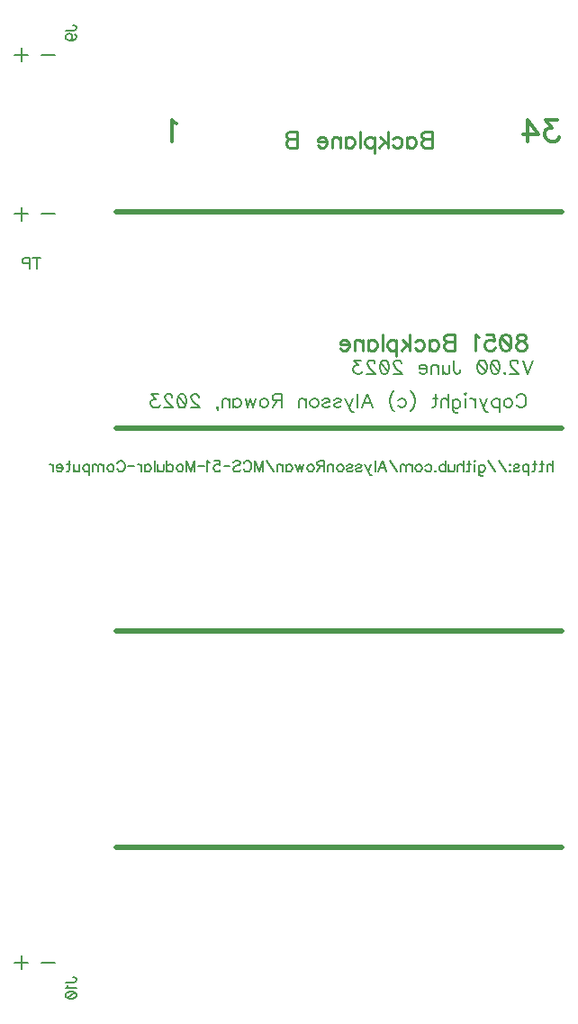
<source format=gbr>
G04 DipTrace 4.3.0.5*
G04 BottomSilk.gbr*
%MOMM*%
G04 #@! TF.FileFunction,Legend,Bot*
G04 #@! TF.Part,Single*
%ADD20C,0.175*%
%ADD23C,0.5*%
%ADD45C,0.19608*%
%ADD46C,0.15686*%
%ADD47C,0.31373*%
%ADD48C,0.23529*%
%FSLAX35Y35*%
G04*
G71*
G90*
G75*
G01*
G04 BotSilk*
%LPD*%
X-1397000Y7543127D2*
D20*
Y7416127D1*
X-1460500Y7479627D2*
X-1333500D1*
X-1206500D2*
X-1079500D1*
X-1397000Y510500D2*
Y383500D1*
X-1460500Y447000D2*
X-1333500D1*
X-1206500D2*
X-1079500D1*
X-1397000Y9035373D2*
Y8908373D1*
X-1460500Y8971873D2*
X-1333500D1*
X-1206500D2*
X-1079500D1*
X3683000Y1526500D2*
D23*
X-508000Y1526503D1*
X3683000Y3558500D2*
X-508000Y3558503D1*
X3683000Y5463500D2*
X-508000D1*
X3683000Y7495500D2*
X-508000Y7495503D1*
X-1255697Y7064163D2*
D46*
Y6962076D1*
X-1221667Y7064163D2*
X-1289726D1*
X-1321098Y7010705D2*
X-1364898D1*
X-1379386Y7015534D1*
X-1384328Y7020476D1*
X-1389157Y7030134D1*
Y7044734D1*
X-1384328Y7054393D1*
X-1379386Y7059334D1*
X-1364898Y7064163D1*
X-1321098D1*
Y6962076D1*
X-981540Y9201322D2*
X-903823D1*
X-889223Y9206151D1*
X-884394Y9211092D1*
X-879452Y9220751D1*
Y9230522D1*
X-884394Y9240180D1*
X-889223Y9245009D1*
X-903823Y9249951D1*
X-913481D1*
X-947511Y9106720D2*
X-932911Y9111661D1*
X-923140Y9121320D1*
X-918311Y9135920D1*
Y9140749D1*
X-923140Y9155349D1*
X-932911Y9165007D1*
X-947511Y9169949D1*
X-952340D1*
X-966940Y9165007D1*
X-976598Y9155349D1*
X-981428Y9140749D1*
Y9135920D1*
X-976598Y9121320D1*
X-966940Y9111661D1*
X-947511Y9106720D1*
X-923140D1*
X-898881Y9111661D1*
X-884281Y9121320D1*
X-879452Y9135920D1*
Y9145578D1*
X-884281Y9160178D1*
X-894052Y9165007D1*
X-981540Y260767D2*
X-903823D1*
X-889223Y265597D1*
X-884394Y270538D1*
X-879452Y280197D1*
Y289967D1*
X-884394Y299626D1*
X-889223Y304455D1*
X-903823Y309397D1*
X-913481D1*
X-961998Y229395D2*
X-966940Y219624D1*
X-981428Y205024D1*
X-879452D1*
X-981428Y144452D2*
X-976598Y159052D1*
X-961998Y168822D1*
X-937740Y173652D1*
X-923140D1*
X-898881Y168822D1*
X-884281Y159052D1*
X-879452Y144452D1*
Y134793D1*
X-884281Y120193D1*
X-898881Y110535D1*
X-923140Y105593D1*
X-937740D1*
X-961998Y110535D1*
X-976598Y120193D1*
X-981428Y134793D1*
Y144452D1*
X-961998Y110535D2*
X-898881Y168822D1*
X64428Y8324123D2*
D47*
X44886Y8334007D1*
X15686Y8362982D1*
Y8159031D1*
X3642782Y8362982D2*
X3536090D1*
X3594265Y8285265D1*
X3565065D1*
X3545748Y8275607D1*
X3536090Y8265948D1*
X3526207Y8236748D1*
Y8217431D1*
X3536090Y8188231D1*
X3555407Y8168690D1*
X3584607Y8159031D1*
X3613807D1*
X3642782Y8168690D1*
X3652441Y8178573D1*
X3662324Y8197890D1*
X3366203Y8159031D2*
Y8362982D1*
X3463462Y8227090D1*
X3317686D1*
X3318327Y6348268D2*
D48*
X3340059Y6341024D1*
X3347471Y6326537D1*
Y6311880D1*
X3340059Y6297393D1*
X3325571Y6289980D1*
X3296427Y6282737D1*
X3274527Y6275493D1*
X3260039Y6260837D1*
X3252796Y6246349D1*
Y6224449D1*
X3260039Y6209961D1*
X3267283Y6202549D1*
X3289183Y6195305D1*
X3318327D1*
X3340059Y6202549D1*
X3347471Y6209961D1*
X3354715Y6224449D1*
Y6246349D1*
X3347471Y6260837D1*
X3332815Y6275493D1*
X3311083Y6282737D1*
X3281939Y6289980D1*
X3267283Y6297393D1*
X3260039Y6311880D1*
Y6326537D1*
X3267283Y6341024D1*
X3289183Y6348268D1*
X3318327D1*
X3161937D2*
X3183837Y6341024D1*
X3198493Y6319124D1*
X3205737Y6282737D1*
Y6260837D1*
X3198493Y6224449D1*
X3183837Y6202549D1*
X3161937Y6195305D1*
X3147449D1*
X3125549Y6202549D1*
X3111061Y6224449D1*
X3103649Y6260837D1*
Y6282737D1*
X3111061Y6319124D1*
X3125549Y6341024D1*
X3147449Y6348268D1*
X3161937D1*
X3111061Y6319124D2*
X3198493Y6224449D1*
X2969159Y6348268D2*
X3041934D1*
X3049178Y6282737D1*
X3041934Y6289980D1*
X3020034Y6297393D1*
X2998303D1*
X2976403Y6289980D1*
X2961746Y6275493D1*
X2954503Y6253593D1*
Y6239105D1*
X2961746Y6217205D1*
X2976403Y6202549D1*
X2998303Y6195305D1*
X3020034D1*
X3041934Y6202549D1*
X3049178Y6209961D1*
X3056590Y6224449D1*
X2907444Y6319124D2*
X2892788Y6326537D1*
X2870888Y6348268D1*
Y6195305D1*
X2675693Y6348437D2*
Y6195305D1*
X2609993D1*
X2588093Y6202717D1*
X2580849Y6209961D1*
X2573605Y6224449D1*
Y6246349D1*
X2580849Y6261005D1*
X2588093Y6268249D1*
X2609993Y6275493D1*
X2588093Y6282905D1*
X2580849Y6290149D1*
X2573605Y6304637D1*
Y6319293D1*
X2580849Y6333780D1*
X2588093Y6341193D1*
X2609993Y6348437D1*
X2675693D1*
Y6275493D2*
X2609993D1*
X2439115Y6297393D2*
Y6195305D1*
Y6275493D2*
X2453603Y6290149D1*
X2468259Y6297393D1*
X2489990D1*
X2504646Y6290149D1*
X2519134Y6275493D1*
X2526546Y6253593D1*
Y6239105D1*
X2519134Y6217205D1*
X2504646Y6202717D1*
X2489990Y6195305D1*
X2468259D1*
X2453603Y6202717D1*
X2439115Y6217205D1*
X2304456Y6275493D2*
X2319112Y6290149D1*
X2333768Y6297393D1*
X2355500D1*
X2370156Y6290149D1*
X2384644Y6275493D1*
X2392056Y6253593D1*
Y6239105D1*
X2384644Y6217205D1*
X2370156Y6202717D1*
X2355500Y6195305D1*
X2333768D1*
X2319112Y6202717D1*
X2304456Y6217205D1*
X2257397Y6348437D2*
Y6195305D1*
X2184453Y6297393D2*
X2257397Y6224449D1*
X2228253Y6253593D2*
X2177210Y6195305D1*
X2130151Y6297393D2*
Y6144261D1*
Y6275493D2*
X2115495Y6289980D1*
X2101007Y6297393D1*
X2079107D1*
X2064451Y6289980D1*
X2049963Y6275493D1*
X2042551Y6253593D1*
Y6238937D1*
X2049963Y6217205D1*
X2064451Y6202549D1*
X2079107Y6195305D1*
X2101007D1*
X2115495Y6202549D1*
X2130151Y6217205D1*
X1995492Y6348437D2*
Y6195305D1*
X1861002Y6297393D2*
Y6195305D1*
Y6275493D2*
X1875489Y6290149D1*
X1890145Y6297393D1*
X1911877D1*
X1926533Y6290149D1*
X1941021Y6275493D1*
X1948433Y6253593D1*
Y6239105D1*
X1941021Y6217205D1*
X1926533Y6202717D1*
X1911877Y6195305D1*
X1890145D1*
X1875489Y6202717D1*
X1861002Y6217205D1*
X1813943Y6297393D2*
Y6195305D1*
Y6268249D2*
X1792043Y6290149D1*
X1777387Y6297393D1*
X1755655D1*
X1740999Y6290149D1*
X1733755Y6268249D1*
Y6195305D1*
X1686696Y6253593D2*
X1599265D1*
Y6268249D1*
X1606509Y6282905D1*
X1613752Y6290149D1*
X1628409Y6297393D1*
X1650309D1*
X1664796Y6290149D1*
X1679452Y6275493D1*
X1686696Y6253593D1*
Y6239105D1*
X1679452Y6217205D1*
X1664796Y6202717D1*
X1650309Y6195305D1*
X1628409D1*
X1613752Y6202717D1*
X1599265Y6217205D1*
X2464975Y8253437D2*
Y8100305D1*
X2399275D1*
X2377375Y8107717D1*
X2370131Y8114961D1*
X2362888Y8129449D1*
Y8151349D1*
X2370131Y8166005D1*
X2377375Y8173249D1*
X2399275Y8180493D1*
X2377375Y8187905D1*
X2370131Y8195149D1*
X2362888Y8209637D1*
Y8224293D1*
X2370131Y8238780D1*
X2377375Y8246193D1*
X2399275Y8253437D1*
X2464975D1*
Y8180493D2*
X2399275D1*
X2228397Y8202393D2*
Y8100305D1*
Y8180493D2*
X2242885Y8195149D1*
X2257541Y8202393D1*
X2279273D1*
X2293929Y8195149D1*
X2308416Y8180493D1*
X2315829Y8158593D1*
Y8144105D1*
X2308416Y8122205D1*
X2293929Y8107717D1*
X2279273Y8100305D1*
X2257541D1*
X2242885Y8107717D1*
X2228397Y8122205D1*
X2093738Y8180493D2*
X2108395Y8195149D1*
X2123051Y8202393D1*
X2144782D1*
X2159438Y8195149D1*
X2173926Y8180493D1*
X2181338Y8158593D1*
Y8144105D1*
X2173926Y8122205D1*
X2159438Y8107717D1*
X2144782Y8100305D1*
X2123051D1*
X2108395Y8107717D1*
X2093738Y8122205D1*
X2046680Y8253437D2*
Y8100305D1*
X1973736Y8202393D2*
X2046680Y8129449D1*
X2017536Y8158593D2*
X1966492Y8100305D1*
X1919433Y8202393D2*
Y8049261D1*
Y8180493D2*
X1904777Y8194980D1*
X1890289Y8202393D1*
X1868389D1*
X1853733Y8194980D1*
X1839245Y8180493D1*
X1831833Y8158593D1*
Y8143937D1*
X1839245Y8122205D1*
X1853733Y8107549D1*
X1868389Y8100305D1*
X1890289D1*
X1904777Y8107549D1*
X1919433Y8122205D1*
X1784774Y8253437D2*
Y8100305D1*
X1650284Y8202393D2*
Y8100305D1*
Y8180493D2*
X1664772Y8195149D1*
X1679428Y8202393D1*
X1701159D1*
X1715815Y8195149D1*
X1730303Y8180493D1*
X1737715Y8158593D1*
Y8144105D1*
X1730303Y8122205D1*
X1715815Y8107717D1*
X1701159Y8100305D1*
X1679428D1*
X1664772Y8107717D1*
X1650284Y8122205D1*
X1603225Y8202393D2*
Y8100305D1*
Y8173249D2*
X1581325Y8195149D1*
X1566669Y8202393D1*
X1544937D1*
X1530281Y8195149D1*
X1523037Y8173249D1*
Y8100305D1*
X1475979Y8158593D2*
X1388547D1*
Y8173249D1*
X1395791Y8187905D1*
X1403035Y8195149D1*
X1417691Y8202393D1*
X1439591D1*
X1454079Y8195149D1*
X1468735Y8180493D1*
X1475979Y8158593D1*
Y8144105D1*
X1468735Y8122205D1*
X1454079Y8107717D1*
X1439591Y8100305D1*
X1417691D1*
X1403035Y8107717D1*
X1388547Y8122205D1*
X1193352Y8253437D2*
Y8100305D1*
X1127652D1*
X1105752Y8107717D1*
X1098509Y8114961D1*
X1091265Y8129449D1*
Y8151349D1*
X1098509Y8166005D1*
X1105752Y8173249D1*
X1127652Y8180493D1*
X1105752Y8187905D1*
X1098509Y8195149D1*
X1091265Y8209637D1*
Y8224293D1*
X1098509Y8238780D1*
X1105752Y8246193D1*
X1127652Y8253437D1*
X1193352D1*
Y8180493D2*
X1127652D1*
X3413949Y6103052D2*
D45*
X3365375Y5975442D1*
X3316802Y6103052D1*
X3271410Y6072588D2*
Y6078625D1*
X3265373Y6090838D1*
X3259337Y6096875D1*
X3247123Y6102911D1*
X3222837D1*
X3210764Y6096875D1*
X3204727Y6090838D1*
X3198550Y6078625D1*
Y6066552D1*
X3204727Y6054338D1*
X3216800Y6036229D1*
X3277587Y5975442D1*
X3192514D1*
X3147261Y5987655D2*
X3153298Y5981479D1*
X3147261Y5975442D1*
X3141084Y5981479D1*
X3147261Y5987655D1*
X3065369Y6102911D2*
X3083619Y6096875D1*
X3095832Y6078625D1*
X3101869Y6048302D1*
Y6030052D1*
X3095832Y5999729D1*
X3083619Y5981479D1*
X3065369Y5975442D1*
X3053296D1*
X3035046Y5981479D1*
X3022973Y5999729D1*
X3016796Y6030052D1*
Y6048302D1*
X3022973Y6078625D1*
X3035046Y6096875D1*
X3053296Y6102911D1*
X3065369D1*
X3022973Y6078625D2*
X3095832Y5999729D1*
X2941080Y6102911D2*
X2959330Y6096875D1*
X2971543Y6078625D1*
X2977580Y6048302D1*
Y6030052D1*
X2971543Y5999729D1*
X2959330Y5981479D1*
X2941080Y5975442D1*
X2929007D1*
X2910757Y5981479D1*
X2898684Y5999729D1*
X2892507Y6030052D1*
Y6048302D1*
X2898684Y6078625D1*
X2910757Y6096875D1*
X2929007Y6102911D1*
X2941080D1*
X2898684Y6078625D2*
X2971543Y5999729D1*
X2669058Y6103052D2*
Y6005905D1*
X2675095Y5987655D1*
X2681272Y5981619D1*
X2693345Y5975442D1*
X2705558D1*
X2717631Y5981619D1*
X2723668Y5987655D1*
X2729845Y6005905D1*
Y6017979D1*
X2629843Y6060515D2*
Y5999729D1*
X2623806Y5981619D1*
X2611593Y5975442D1*
X2593343D1*
X2581269Y5981619D1*
X2563019Y5999729D1*
Y6060515D2*
Y5975442D1*
X2523804Y6060515D2*
Y5975442D1*
Y6036229D2*
X2505554Y6054479D1*
X2493340Y6060515D1*
X2475231D1*
X2463017Y6054479D1*
X2456981Y6036229D1*
Y5975442D1*
X2417765Y6024015D2*
X2344905D1*
Y6036229D1*
X2350942Y6048442D1*
X2356979Y6054479D1*
X2369192Y6060515D1*
X2387442D1*
X2399515Y6054479D1*
X2411729Y6042265D1*
X2417765Y6024015D1*
Y6011942D1*
X2411729Y5993692D1*
X2399515Y5981619D1*
X2387442Y5975442D1*
X2369192D1*
X2356979Y5981619D1*
X2344905Y5993692D1*
X2176066Y6072588D2*
Y6078625D1*
X2170030Y6090838D1*
X2163993Y6096875D1*
X2151780Y6102911D1*
X2127493D1*
X2115420Y6096875D1*
X2109384Y6090838D1*
X2103207Y6078625D1*
Y6066552D1*
X2109384Y6054338D1*
X2121457Y6036229D1*
X2182243Y5975442D1*
X2097170D1*
X2021455Y6102911D2*
X2039705Y6096875D1*
X2051918Y6078625D1*
X2057955Y6048302D1*
Y6030052D1*
X2051918Y5999729D1*
X2039705Y5981479D1*
X2021455Y5975442D1*
X2009381D1*
X1991131Y5981479D1*
X1979058Y5999729D1*
X1972881Y6030052D1*
Y6048302D1*
X1979058Y6078625D1*
X1991131Y6096875D1*
X2009381Y6102911D1*
X2021455D1*
X1979058Y6078625D2*
X2051918Y5999729D1*
X1927489Y6072588D2*
Y6078625D1*
X1921452Y6090838D1*
X1915416Y6096875D1*
X1903202Y6102911D1*
X1878916D1*
X1866843Y6096875D1*
X1860806Y6090838D1*
X1854629Y6078625D1*
Y6066552D1*
X1860806Y6054338D1*
X1872879Y6036229D1*
X1933666Y5975442D1*
X1848593D1*
X1797164Y6102911D2*
X1730481D1*
X1766840Y6054338D1*
X1748590D1*
X1736517Y6048302D1*
X1730481Y6042265D1*
X1724304Y6024015D1*
Y6011942D1*
X1730481Y5993692D1*
X1742554Y5981479D1*
X1760804Y5975442D1*
X1779054D1*
X1797164Y5981479D1*
X1803200Y5987655D1*
X1809377Y5999729D1*
X3258731Y5755229D2*
X3264767Y5767302D1*
X3276981Y5779515D1*
X3289054Y5785552D1*
X3313340D1*
X3325554Y5779515D1*
X3337627Y5767302D1*
X3343804Y5755229D1*
X3349840Y5736979D1*
Y5706515D1*
X3343804Y5688405D1*
X3337627Y5676192D1*
X3325554Y5664119D1*
X3313340Y5657942D1*
X3289054D1*
X3276981Y5664119D1*
X3264767Y5676192D1*
X3258731Y5688405D1*
X3189192Y5743015D2*
X3201265Y5736979D1*
X3213479Y5724765D1*
X3219515Y5706515D1*
Y5694442D1*
X3213479Y5676192D1*
X3201265Y5664119D1*
X3189192Y5657942D1*
X3170942D1*
X3158729Y5664119D1*
X3146656Y5676192D1*
X3140479Y5694442D1*
Y5706515D1*
X3146656Y5724765D1*
X3158729Y5736979D1*
X3170942Y5743015D1*
X3189192D1*
X3101263D2*
Y5615405D1*
Y5724765D2*
X3089050Y5736838D1*
X3076976Y5743015D1*
X3058726D1*
X3046513Y5736838D1*
X3034440Y5724765D1*
X3028263Y5706515D1*
Y5694302D1*
X3034440Y5676192D1*
X3046513Y5663979D1*
X3058726Y5657942D1*
X3076976D1*
X3089050Y5663979D1*
X3101263Y5676192D1*
X2982870Y5743015D2*
X2946511Y5657942D1*
X2958584Y5633655D1*
X2970797Y5621442D1*
X2982870Y5615405D1*
X2989047D1*
X2910011Y5743015D2*
X2946511Y5657942D1*
X2870795Y5743015D2*
Y5657942D1*
Y5706515D2*
X2864618Y5724765D1*
X2852545Y5736979D1*
X2840332Y5743015D1*
X2822082D1*
X2782866Y5785552D2*
X2776829Y5779515D1*
X2770652Y5785552D1*
X2776829Y5791729D1*
X2782866Y5785552D1*
X2776829Y5743015D2*
Y5657942D1*
X2658577Y5736979D2*
Y5639692D1*
X2664614Y5621582D1*
X2670650Y5615405D1*
X2682864Y5609369D1*
X2701114D1*
X2713187Y5615405D1*
X2658577Y5718729D2*
X2670650Y5730802D1*
X2682864Y5736979D1*
X2701114D1*
X2713187Y5730802D1*
X2725400Y5718729D1*
X2731437Y5700479D1*
Y5688265D1*
X2725400Y5670155D1*
X2713187Y5657942D1*
X2701114Y5651905D1*
X2682864D1*
X2670650Y5657942D1*
X2658577Y5670155D1*
X2619361Y5785552D2*
Y5657942D1*
Y5718729D2*
X2601111Y5736979D1*
X2588898Y5743015D1*
X2570648D1*
X2558575Y5736979D1*
X2552538Y5718729D1*
Y5657942D1*
X2495073Y5785552D2*
Y5682229D1*
X2489036Y5664119D1*
X2476823Y5657942D1*
X2464750D1*
X2513323Y5743015D2*
X2470786D1*
X2259551Y5818823D2*
X2271764Y5806750D1*
X2283837Y5788500D1*
X2296051Y5764213D1*
X2302087Y5733750D1*
Y5709463D1*
X2296051Y5679140D1*
X2283837Y5654854D1*
X2271764Y5636604D1*
X2259551Y5624530D1*
X2147335Y5724765D2*
X2159549Y5736979D1*
X2171762Y5743015D1*
X2189872D1*
X2202085Y5736979D1*
X2214158Y5724765D1*
X2220335Y5706515D1*
Y5694442D1*
X2214158Y5676192D1*
X2202085Y5664119D1*
X2189872Y5657942D1*
X2171762D1*
X2159549Y5664119D1*
X2147335Y5676192D1*
X2108120Y5818823D2*
X2095906Y5806750D1*
X2083833Y5788500D1*
X2071620Y5764213D1*
X2065583Y5733750D1*
Y5709463D1*
X2071620Y5679140D1*
X2083833Y5654854D1*
X2095906Y5636604D1*
X2108120Y5624530D1*
X1805634Y5657942D2*
X1854348Y5785552D1*
X1902921Y5657942D1*
X1884671Y5700479D2*
X1823884D1*
X1766419Y5785552D2*
Y5657942D1*
X1721026Y5743015D2*
X1684666Y5657942D1*
X1696740Y5633655D1*
X1708953Y5621442D1*
X1721026Y5615405D1*
X1727203D1*
X1648166Y5743015D2*
X1684666Y5657942D1*
X1542128Y5724765D2*
X1548164Y5736979D1*
X1566414Y5743015D1*
X1584664D1*
X1602914Y5736979D1*
X1608951Y5724765D1*
X1602914Y5712692D1*
X1590701Y5706515D1*
X1560378Y5700479D1*
X1548164Y5694442D1*
X1542128Y5682229D1*
Y5676192D1*
X1548164Y5664119D1*
X1566414Y5657942D1*
X1584664D1*
X1602914Y5664119D1*
X1608951Y5676192D1*
X1436089Y5724765D2*
X1442125Y5736979D1*
X1460375Y5743015D1*
X1478625D1*
X1496875Y5736979D1*
X1502912Y5724765D1*
X1496875Y5712692D1*
X1484662Y5706515D1*
X1454339Y5700479D1*
X1442125Y5694442D1*
X1436089Y5682229D1*
Y5676192D1*
X1442125Y5664119D1*
X1460375Y5657942D1*
X1478625D1*
X1496875Y5664119D1*
X1502912Y5676192D1*
X1366550Y5743015D2*
X1378623Y5736979D1*
X1390837Y5724765D1*
X1396873Y5706515D1*
Y5694442D1*
X1390837Y5676192D1*
X1378623Y5664119D1*
X1366550Y5657942D1*
X1348300D1*
X1336087Y5664119D1*
X1324014Y5676192D1*
X1317837Y5694442D1*
Y5706515D1*
X1324014Y5724765D1*
X1336087Y5736979D1*
X1348300Y5743015D1*
X1366550D1*
X1278621D2*
Y5657942D1*
Y5718729D2*
X1260371Y5736979D1*
X1248158Y5743015D1*
X1230048D1*
X1217834Y5736979D1*
X1211798Y5718729D1*
Y5657942D1*
X1049136Y5724765D2*
X994526D1*
X976276Y5730942D1*
X970099Y5736979D1*
X964063Y5749052D1*
Y5761265D1*
X970099Y5773338D1*
X976276Y5779515D1*
X994526Y5785552D1*
X1049136D1*
Y5657942D1*
X1006599Y5724765D2*
X964063Y5657942D1*
X894524Y5743015D2*
X906597Y5736979D1*
X918810Y5724765D1*
X924847Y5706515D1*
Y5694442D1*
X918810Y5676192D1*
X906597Y5664119D1*
X894524Y5657942D1*
X876274D1*
X864060Y5664119D1*
X851987Y5676192D1*
X845810Y5694442D1*
Y5706515D1*
X851987Y5724765D1*
X864060Y5736979D1*
X876274Y5743015D1*
X894524D1*
X806595D2*
X782308Y5657942D1*
X758022Y5743015D1*
X733735Y5657942D1*
X709449Y5743015D1*
X597373D2*
Y5657942D1*
Y5724765D2*
X609446Y5736979D1*
X621660Y5743015D1*
X639769D1*
X651983Y5736979D1*
X664056Y5724765D1*
X670233Y5706515D1*
Y5694442D1*
X664056Y5676192D1*
X651983Y5664119D1*
X639769Y5657942D1*
X621660D1*
X609446Y5664119D1*
X597373Y5676192D1*
X558158Y5743015D2*
Y5657942D1*
Y5718729D2*
X539908Y5736979D1*
X527694Y5743015D1*
X509585D1*
X497371Y5736979D1*
X491335Y5718729D1*
Y5657942D1*
X439905Y5663979D2*
X446082Y5657942D1*
X452119Y5663979D1*
X446082Y5670155D1*
X439905Y5663979D1*
Y5651905D1*
X446082Y5639692D1*
X452119Y5633655D1*
X271066Y5755088D2*
Y5761125D1*
X265030Y5773338D1*
X258993Y5779375D1*
X246780Y5785411D1*
X222493D1*
X210420Y5779375D1*
X204384Y5773338D1*
X198207Y5761125D1*
Y5749052D1*
X204384Y5736838D1*
X216457Y5718729D1*
X277243Y5657942D1*
X192170D1*
X116455Y5785411D2*
X134705Y5779375D1*
X146918Y5761125D1*
X152955Y5730802D1*
Y5712552D1*
X146918Y5682229D1*
X134705Y5663979D1*
X116455Y5657942D1*
X104381D1*
X86131Y5663979D1*
X74058Y5682229D1*
X67881Y5712552D1*
Y5730802D1*
X74058Y5761125D1*
X86131Y5779375D1*
X104381Y5785411D1*
X116455D1*
X74058Y5761125D2*
X146918Y5682229D1*
X22489Y5755088D2*
Y5761125D1*
X16452Y5773338D1*
X10416Y5779375D1*
X-1798Y5785411D1*
X-26084D1*
X-38157Y5779375D1*
X-44194Y5773338D1*
X-50371Y5761125D1*
Y5749052D1*
X-44194Y5736838D1*
X-32121Y5718729D1*
X28666Y5657942D1*
X-56407D1*
X-107836Y5785411D2*
X-174519D1*
X-138160Y5736838D1*
X-156410D1*
X-168483Y5730802D1*
X-174519Y5724765D1*
X-180696Y5706515D1*
Y5694442D1*
X-174519Y5676192D1*
X-162446Y5663979D1*
X-144196Y5657942D1*
X-125946D1*
X-107836Y5663979D1*
X-101800Y5670155D1*
X-95623Y5682229D1*
X3600590Y5159163D2*
D46*
Y5057076D1*
Y5105705D2*
X3585990Y5120305D1*
X3576219Y5125134D1*
X3561619D1*
X3551961Y5120305D1*
X3547132Y5105705D1*
Y5057076D1*
X3501159Y5159163D2*
Y5076505D1*
X3496330Y5062017D1*
X3486559Y5057076D1*
X3476901D1*
X3515759Y5125134D2*
X3481730D1*
X3430928Y5159163D2*
Y5076505D1*
X3426099Y5062017D1*
X3416328Y5057076D1*
X3406670D1*
X3445528Y5125134D2*
X3411499D1*
X3375297D2*
Y5023046D1*
Y5110534D2*
X3365526Y5120193D1*
X3355868Y5125134D1*
X3341268D1*
X3331497Y5120193D1*
X3321839Y5110534D1*
X3316897Y5095934D1*
Y5086163D1*
X3321839Y5071676D1*
X3331497Y5061905D1*
X3341268Y5057076D1*
X3355868D1*
X3365526Y5061905D1*
X3375297Y5071676D1*
X3232066Y5110534D2*
X3236895Y5120305D1*
X3251495Y5125134D1*
X3266095D1*
X3280695Y5120305D1*
X3285524Y5110534D1*
X3280695Y5100876D1*
X3270924Y5095934D1*
X3246666Y5091105D1*
X3236895Y5086276D1*
X3232066Y5076505D1*
Y5071676D1*
X3236895Y5062017D1*
X3251495Y5057076D1*
X3266095D1*
X3280695Y5062017D1*
X3285524Y5071676D1*
X3195752Y5125134D2*
X3200693Y5120193D1*
X3195752Y5115363D1*
X3190923Y5120193D1*
X3195752Y5125134D1*
Y5066846D2*
X3200693Y5061905D1*
X3195752Y5057076D1*
X3190923Y5061905D1*
X3195752Y5066846D1*
X3159550Y5057076D2*
X3091492Y5159051D1*
X3060119Y5057076D2*
X2992061Y5159051D1*
X2902400Y5120305D2*
Y5042476D1*
X2907230Y5027988D1*
X2912059Y5023046D1*
X2921830Y5018217D1*
X2936430D1*
X2946088Y5023046D1*
X2902400Y5105705D2*
X2912059Y5115363D1*
X2921830Y5120305D1*
X2936430D1*
X2946088Y5115363D1*
X2955859Y5105705D1*
X2960688Y5091105D1*
Y5081334D1*
X2955859Y5066846D1*
X2946088Y5057076D1*
X2936430Y5052246D1*
X2921830D1*
X2912059Y5057076D1*
X2902400Y5066846D1*
X2871028Y5159163D2*
X2866199Y5154334D1*
X2861257Y5159163D1*
X2866199Y5164105D1*
X2871028Y5159163D1*
X2866199Y5125134D2*
Y5057076D1*
X2815285Y5159163D2*
Y5076505D1*
X2810455Y5062017D1*
X2800685Y5057076D1*
X2791026D1*
X2829885Y5125134D2*
X2795855D1*
X2759654Y5159163D2*
Y5057076D1*
Y5105705D2*
X2745054Y5120305D1*
X2735283Y5125134D1*
X2720683D1*
X2711024Y5120305D1*
X2706195Y5105705D1*
Y5057076D1*
X2674823Y5125134D2*
Y5076505D1*
X2669993Y5062017D1*
X2660223Y5057076D1*
X2645623D1*
X2635964Y5062017D1*
X2621364Y5076505D1*
Y5125134D2*
Y5057076D1*
X2589991Y5159163D2*
Y5057076D1*
Y5110534D2*
X2580221Y5120305D1*
X2570562Y5125134D1*
X2555962D1*
X2546304Y5120305D1*
X2536533Y5110534D1*
X2531704Y5095934D1*
Y5086276D1*
X2536533Y5071676D1*
X2546304Y5062017D1*
X2555962Y5057076D1*
X2570562D1*
X2580221Y5062017D1*
X2589991Y5071676D1*
X2495502Y5066846D2*
X2500331Y5061905D1*
X2495502Y5057076D1*
X2490560Y5061905D1*
X2495502Y5066846D1*
X2400788Y5110534D2*
X2410559Y5120305D1*
X2420329Y5125134D1*
X2434817D1*
X2444588Y5120305D1*
X2454246Y5110534D1*
X2459188Y5095934D1*
Y5086276D1*
X2454246Y5071676D1*
X2444588Y5062017D1*
X2434817Y5057076D1*
X2420329D1*
X2410559Y5062017D1*
X2400788Y5071676D1*
X2345157Y5125134D2*
X2354815Y5120305D1*
X2364586Y5110534D1*
X2369415Y5095934D1*
Y5086276D1*
X2364586Y5071676D1*
X2354815Y5062017D1*
X2345157Y5057076D1*
X2330557D1*
X2320786Y5062017D1*
X2311128Y5071676D1*
X2306186Y5086276D1*
Y5095934D1*
X2311128Y5110534D1*
X2320786Y5120305D1*
X2330557Y5125134D1*
X2345157D1*
X2274814D2*
Y5057076D1*
Y5105705D2*
X2260214Y5120305D1*
X2250443Y5125134D1*
X2235955D1*
X2226184Y5120305D1*
X2221355Y5105705D1*
Y5057076D1*
Y5105705D2*
X2206755Y5120305D1*
X2196984Y5125134D1*
X2182497D1*
X2172726Y5120305D1*
X2167784Y5105705D1*
Y5057076D1*
X2136412D2*
X2068353Y5159051D1*
X1959152Y5057076D2*
X1998122Y5159163D1*
X2036981Y5057076D1*
X2022381Y5091105D2*
X1973752D1*
X1927779Y5159163D2*
Y5057076D1*
X1891465Y5125134D2*
X1862377Y5057076D1*
X1872036Y5037646D1*
X1881806Y5027876D1*
X1891465Y5023046D1*
X1896406D1*
X1833177Y5125134D2*
X1862377Y5057076D1*
X1748346Y5110534D2*
X1753175Y5120305D1*
X1767775Y5125134D1*
X1782375D1*
X1796975Y5120305D1*
X1801805Y5110534D1*
X1796975Y5100876D1*
X1787205Y5095934D1*
X1762946Y5091105D1*
X1753175Y5086276D1*
X1748346Y5076505D1*
Y5071676D1*
X1753175Y5062017D1*
X1767775Y5057076D1*
X1782375D1*
X1796975Y5062017D1*
X1801805Y5071676D1*
X1663515Y5110534D2*
X1668344Y5120305D1*
X1682944Y5125134D1*
X1697544D1*
X1712144Y5120305D1*
X1716974Y5110534D1*
X1712144Y5100876D1*
X1702374Y5095934D1*
X1678115Y5091105D1*
X1668344Y5086276D1*
X1663515Y5076505D1*
Y5071676D1*
X1668344Y5062017D1*
X1682944Y5057076D1*
X1697544D1*
X1712144Y5062017D1*
X1716974Y5071676D1*
X1607884Y5125134D2*
X1617543Y5120305D1*
X1627313Y5110534D1*
X1632143Y5095934D1*
Y5086276D1*
X1627313Y5071676D1*
X1617543Y5062017D1*
X1607884Y5057076D1*
X1593284D1*
X1583513Y5062017D1*
X1573855Y5071676D1*
X1568913Y5086276D1*
Y5095934D1*
X1573855Y5110534D1*
X1583513Y5120305D1*
X1593284Y5125134D1*
X1607884D1*
X1537541D2*
Y5057076D1*
Y5105705D2*
X1522941Y5120305D1*
X1513170Y5125134D1*
X1498682D1*
X1488912Y5120305D1*
X1484082Y5105705D1*
Y5057076D1*
X1452710Y5110534D2*
X1409022D1*
X1394422Y5115476D1*
X1389481Y5120305D1*
X1384651Y5129963D1*
Y5139734D1*
X1389481Y5149393D1*
X1394422Y5154334D1*
X1409022Y5159163D1*
X1452710D1*
Y5057076D1*
X1418681Y5110534D2*
X1384651Y5057076D1*
X1329020Y5125134D2*
X1338679Y5120305D1*
X1348450Y5110534D1*
X1353279Y5095934D1*
Y5086276D1*
X1348450Y5071676D1*
X1338679Y5062017D1*
X1329020Y5057076D1*
X1314420D1*
X1304650Y5062017D1*
X1294991Y5071676D1*
X1290050Y5086276D1*
Y5095934D1*
X1294991Y5110534D1*
X1304650Y5120305D1*
X1314420Y5125134D1*
X1329020D1*
X1258677D2*
X1239248Y5057076D1*
X1219819Y5125134D1*
X1200389Y5057076D1*
X1180960Y5125134D1*
X1091300D2*
Y5057076D1*
Y5110534D2*
X1100958Y5120305D1*
X1110729Y5125134D1*
X1125217D1*
X1134988Y5120305D1*
X1144646Y5110534D1*
X1149588Y5095934D1*
Y5086276D1*
X1144646Y5071676D1*
X1134988Y5062017D1*
X1125217Y5057076D1*
X1110729D1*
X1100958Y5062017D1*
X1091300Y5071676D1*
X1059927Y5125134D2*
Y5057076D1*
Y5105705D2*
X1045327Y5120305D1*
X1035557Y5125134D1*
X1021069D1*
X1011298Y5120305D1*
X1006469Y5105705D1*
Y5057076D1*
X975096D2*
X907038Y5159051D1*
X797948Y5057076D2*
Y5159163D1*
X836807Y5057076D1*
X875665Y5159163D1*
Y5057076D1*
X693688Y5134905D2*
X698517Y5144563D1*
X708288Y5154334D1*
X717947Y5159163D1*
X737376D1*
X747147Y5154334D1*
X756805Y5144563D1*
X761747Y5134905D1*
X766576Y5120305D1*
Y5095934D1*
X761747Y5081446D1*
X756805Y5071676D1*
X747147Y5062017D1*
X737376Y5057076D1*
X717947D1*
X708288Y5062017D1*
X698517Y5071676D1*
X693688Y5081446D1*
X594257Y5144563D2*
X603916Y5154334D1*
X618516Y5159163D1*
X637945D1*
X652545Y5154334D1*
X662316Y5144563D1*
Y5134905D1*
X657374Y5125134D1*
X652545Y5120305D1*
X642886Y5115476D1*
X613686Y5105705D1*
X603916Y5100876D1*
X599086Y5095934D1*
X594257Y5086276D1*
Y5071676D1*
X603916Y5062017D1*
X618516Y5057076D1*
X637945D1*
X652545Y5062017D1*
X662316Y5071676D1*
X562885Y5108063D2*
X506731D1*
X417071Y5159051D2*
X465587D1*
X470417Y5115363D1*
X465587Y5120193D1*
X450987Y5125134D1*
X436500D1*
X421900Y5120193D1*
X412129Y5110534D1*
X407300Y5095934D1*
Y5086276D1*
X412129Y5071676D1*
X421900Y5061905D1*
X436500Y5057076D1*
X450987D1*
X465587Y5061905D1*
X470417Y5066846D1*
X475358Y5076505D1*
X375927Y5139622D2*
X366156Y5144563D1*
X351556Y5159051D1*
Y5057076D1*
X320184Y5108063D2*
X264030D1*
X154941Y5057076D2*
Y5159163D1*
X193799Y5057076D1*
X232658Y5159163D1*
Y5057076D1*
X99310Y5125134D2*
X108968Y5120305D1*
X118739Y5110534D1*
X123568Y5095934D1*
Y5086276D1*
X118739Y5071676D1*
X108968Y5062017D1*
X99310Y5057076D1*
X84710D1*
X74939Y5062017D1*
X65280Y5071676D1*
X60339Y5086276D1*
Y5095934D1*
X65280Y5110534D1*
X74939Y5120305D1*
X84710Y5125134D1*
X99310D1*
X-29321Y5159163D2*
Y5057076D1*
Y5110534D2*
X-19663Y5120305D1*
X-9892Y5125134D1*
X4708D1*
X14366Y5120305D1*
X24137Y5110534D1*
X28966Y5095934D1*
Y5086276D1*
X24137Y5071676D1*
X14366Y5062017D1*
X4708Y5057076D1*
X-9892D1*
X-19663Y5062017D1*
X-29321Y5071676D1*
X-60694Y5125134D2*
Y5076505D1*
X-65523Y5062017D1*
X-75294Y5057076D1*
X-89894D1*
X-99552Y5062017D1*
X-114152Y5076505D1*
Y5125134D2*
Y5057076D1*
X-145525Y5159163D2*
Y5057076D1*
X-235185Y5125134D2*
Y5057076D1*
Y5110534D2*
X-225527Y5120305D1*
X-215756Y5125134D1*
X-201268D1*
X-191498Y5120305D1*
X-181839Y5110534D1*
X-176898Y5095934D1*
Y5086276D1*
X-181839Y5071676D1*
X-191498Y5062017D1*
X-201268Y5057076D1*
X-215756D1*
X-225527Y5062017D1*
X-235185Y5071676D1*
X-266558Y5125134D2*
Y5057076D1*
Y5095934D2*
X-271499Y5110534D1*
X-281158Y5120305D1*
X-290929Y5125134D1*
X-305529D1*
X-336901Y5108063D2*
X-393055D1*
X-497315Y5134905D2*
X-492486Y5144563D1*
X-482715Y5154334D1*
X-473057Y5159163D1*
X-453627D1*
X-443857Y5154334D1*
X-434198Y5144563D1*
X-429257Y5134905D1*
X-424427Y5120305D1*
Y5095934D1*
X-429257Y5081446D1*
X-434198Y5071676D1*
X-443857Y5062017D1*
X-453627Y5057076D1*
X-473057D1*
X-482715Y5062017D1*
X-492486Y5071676D1*
X-497315Y5081446D1*
X-552946Y5125134D2*
X-543288Y5120305D1*
X-533517Y5110534D1*
X-528688Y5095934D1*
Y5086276D1*
X-533517Y5071676D1*
X-543288Y5062017D1*
X-552946Y5057076D1*
X-567546D1*
X-577317Y5062017D1*
X-586975Y5071676D1*
X-591917Y5086276D1*
Y5095934D1*
X-586975Y5110534D1*
X-577317Y5120305D1*
X-567546Y5125134D1*
X-552946D1*
X-623290D2*
Y5057076D1*
Y5105705D2*
X-637890Y5120305D1*
X-647660Y5125134D1*
X-662148D1*
X-671919Y5120305D1*
X-676748Y5105705D1*
Y5057076D1*
Y5105705D2*
X-691348Y5120305D1*
X-701119Y5125134D1*
X-715606D1*
X-725377Y5120305D1*
X-730319Y5105705D1*
Y5057076D1*
X-761691Y5125134D2*
Y5023046D1*
Y5110534D2*
X-771462Y5120193D1*
X-781121Y5125134D1*
X-795721D1*
X-805491Y5120193D1*
X-815150Y5110534D1*
X-820091Y5095934D1*
Y5086163D1*
X-815150Y5071676D1*
X-805491Y5061905D1*
X-795721Y5057076D1*
X-781121D1*
X-771462Y5061905D1*
X-761691Y5071676D1*
X-851464Y5125134D2*
Y5076505D1*
X-856293Y5062017D1*
X-866064Y5057076D1*
X-880664D1*
X-890322Y5062017D1*
X-904922Y5076505D1*
Y5125134D2*
Y5057076D1*
X-950895Y5159163D2*
Y5076505D1*
X-955724Y5062017D1*
X-965495Y5057076D1*
X-975153D1*
X-936295Y5125134D2*
X-970324D1*
X-1006526Y5095934D2*
X-1064814D1*
Y5105705D1*
X-1059984Y5115476D1*
X-1055155Y5120305D1*
X-1045384Y5125134D1*
X-1030784D1*
X-1021126Y5120305D1*
X-1011355Y5110534D1*
X-1006526Y5095934D1*
Y5086276D1*
X-1011355Y5071676D1*
X-1021126Y5062017D1*
X-1030784Y5057076D1*
X-1045384D1*
X-1055155Y5062017D1*
X-1064814Y5071676D1*
X-1096186Y5125134D2*
Y5057076D1*
Y5095934D2*
X-1101128Y5110534D1*
X-1110786Y5120305D1*
X-1120557Y5125134D1*
X-1135157D1*
M02*

</source>
